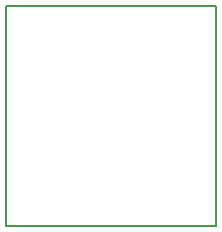
<source format=gko>
G04 DipTrace 2.4.0.2*
%INUSBBiPower3.2.gko*%
%MOIN*%
%ADD11C,0.0055*%
%FSLAX44Y44*%
G04*
G70*
G90*
G75*
G01*
%LNBoardOutline*%
%LPD*%
X3937Y11267D2*
D11*
Y3937D1*
X10937D1*
Y11267D1*
X3937D1*
M02*

</source>
